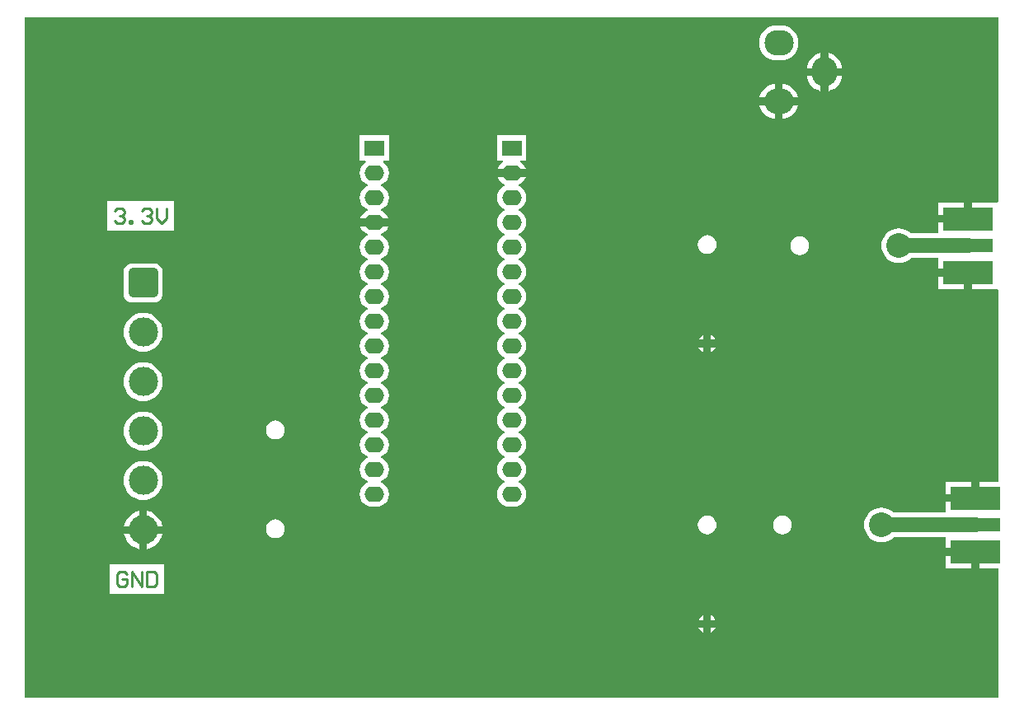
<source format=gtl>
G04*
G04 #@! TF.GenerationSoftware,Altium Limited,Altium Designer,20.2.4 (192)*
G04*
G04 Layer_Physical_Order=1*
G04 Layer_Color=255*
%FSLAX25Y25*%
%MOIN*%
G70*
G04*
G04 #@! TF.SameCoordinates,D8DA0DD5-309E-41AB-983F-212F3CA71AE9*
G04*
G04*
G04 #@! TF.FilePolarity,Positive*
G04*
G01*
G75*
%ADD10R,0.20000X0.05787*%
%ADD11C,0.05906*%
%ADD12C,0.01000*%
%ADD13C,0.11811*%
G04:AMPARAMS|DCode=14|XSize=118.11mil|YSize=118.11mil|CornerRadius=14.76mil|HoleSize=0mil|Usage=FLASHONLY|Rotation=180.000|XOffset=0mil|YOffset=0mil|HoleType=Round|Shape=RoundedRectangle|*
%AMROUNDEDRECTD14*
21,1,0.11811,0.08858,0,0,180.0*
21,1,0.08858,0.11811,0,0,180.0*
1,1,0.02953,-0.04429,0.04429*
1,1,0.02953,0.04429,0.04429*
1,1,0.02953,0.04429,-0.04429*
1,1,0.02953,-0.04429,-0.04429*
%
%ADD14ROUNDEDRECTD14*%
%ADD15C,0.10000*%
%ADD16O,0.07874X0.06299*%
%ADD17R,0.07874X0.06299*%
%ADD18R,0.20000X0.09508*%
%ADD19O,0.11811X0.10236*%
%ADD20O,0.10236X0.11811*%
G36*
X393701Y200992D02*
X393468Y200589D01*
X393201Y200589D01*
X383075D01*
Y193866D01*
X381500D01*
Y192291D01*
X369531D01*
Y187964D01*
X358436D01*
X357390Y188822D01*
X356180Y189469D01*
X354866Y189868D01*
X353500Y190002D01*
X352134Y189868D01*
X350820Y189469D01*
X349610Y188822D01*
X348549Y187951D01*
X347678Y186890D01*
X347031Y185680D01*
X346632Y184366D01*
X346498Y183000D01*
X346632Y181634D01*
X347031Y180320D01*
X347678Y179110D01*
X348549Y178049D01*
X349610Y177178D01*
X350820Y176531D01*
X352134Y176132D01*
X353500Y175998D01*
X354866Y176132D01*
X356180Y176531D01*
X357390Y177178D01*
X358436Y178036D01*
X369531D01*
Y173709D01*
X381500D01*
Y172134D01*
X383075D01*
Y165411D01*
X393201D01*
X393468Y165411D01*
X393701Y165008D01*
Y87589D01*
X386075D01*
Y80866D01*
X384500D01*
Y79291D01*
X372532D01*
Y74964D01*
X351436D01*
X350390Y75822D01*
X349180Y76469D01*
X347866Y76868D01*
X346500Y77002D01*
X345134Y76868D01*
X343820Y76469D01*
X342610Y75822D01*
X341549Y74951D01*
X340678Y73890D01*
X340031Y72680D01*
X339632Y71366D01*
X339498Y70000D01*
X339632Y68634D01*
X340031Y67320D01*
X340678Y66110D01*
X341549Y65049D01*
X342610Y64178D01*
X343820Y63531D01*
X345134Y63132D01*
X346500Y62998D01*
X347866Y63132D01*
X349180Y63531D01*
X350390Y64178D01*
X351436Y65036D01*
X372532D01*
Y60709D01*
X384500D01*
Y59134D01*
X386075D01*
Y52411D01*
X393701D01*
Y0D01*
X0D01*
Y275590D01*
X393701D01*
Y200992D01*
D02*
G37*
%LPC*%
G36*
X305787Y272243D02*
X304213D01*
X302823Y272106D01*
X301488Y271701D01*
X300256Y271043D01*
X299177Y270157D01*
X298292Y269078D01*
X297634Y267847D01*
X297229Y266511D01*
X297092Y265122D01*
X297229Y263733D01*
X297634Y262397D01*
X298292Y261166D01*
X299177Y260087D01*
X300256Y259201D01*
X301488Y258543D01*
X302823Y258138D01*
X304213Y258001D01*
X305787D01*
X307177Y258138D01*
X308512Y258543D01*
X309744Y259201D01*
X310823Y260087D01*
X311708Y261166D01*
X312366Y262397D01*
X312772Y263733D01*
X312908Y265122D01*
X312772Y266511D01*
X312366Y267847D01*
X311708Y269078D01*
X310823Y270157D01*
X309744Y271043D01*
X308512Y271701D01*
X307177Y272106D01*
X305787Y272243D01*
D02*
G37*
G36*
X325079Y261026D02*
Y254886D01*
X330547D01*
X330488Y255488D01*
X330083Y256823D01*
X329425Y258055D01*
X328539Y259134D01*
X327460Y260019D01*
X326229Y260677D01*
X325079Y261026D01*
D02*
G37*
G36*
X321929Y261026D02*
X320779Y260677D01*
X319548Y260019D01*
X318469Y259134D01*
X317583Y258055D01*
X316925Y256823D01*
X316520Y255488D01*
X316461Y254886D01*
X321929D01*
Y261026D01*
D02*
G37*
G36*
Y251736D02*
X316461D01*
X316520Y251134D01*
X316925Y249799D01*
X317583Y248568D01*
X318469Y247488D01*
X319548Y246603D01*
X320779Y245945D01*
X321929Y245596D01*
Y251736D01*
D02*
G37*
G36*
X330547D02*
X325079D01*
Y245596D01*
X326229Y245945D01*
X327460Y246603D01*
X328539Y247488D01*
X329425Y248568D01*
X330083Y249799D01*
X330488Y251134D01*
X330547Y251736D01*
D02*
G37*
G36*
X306575Y248543D02*
Y243075D01*
X312715D01*
X312366Y244225D01*
X311708Y245456D01*
X310823Y246535D01*
X309744Y247421D01*
X308512Y248079D01*
X307177Y248484D01*
X306575Y248543D01*
D02*
G37*
G36*
X303425D02*
X302823Y248484D01*
X301488Y248079D01*
X300256Y247421D01*
X299177Y246535D01*
X298292Y245456D01*
X297634Y244225D01*
X297285Y243075D01*
X303425D01*
Y248543D01*
D02*
G37*
G36*
X312715Y239925D02*
X306575D01*
Y234457D01*
X307177Y234516D01*
X308512Y234921D01*
X309744Y235579D01*
X310823Y236465D01*
X311708Y237544D01*
X312366Y238775D01*
X312715Y239925D01*
D02*
G37*
G36*
X303425D02*
X297285D01*
X297634Y238775D01*
X298292Y237544D01*
X299177Y236465D01*
X300256Y235579D01*
X301488Y234921D01*
X302823Y234516D01*
X303425Y234457D01*
Y239925D01*
D02*
G37*
G36*
X202906Y227618D02*
X191095D01*
Y217382D01*
X193382D01*
X193516Y216882D01*
X192562Y216150D01*
X191742Y215081D01*
X191325Y214075D01*
X197000D01*
X202675D01*
X202258Y215081D01*
X201438Y216150D01*
X200484Y216882D01*
X200619Y217382D01*
X202906D01*
Y227618D01*
D02*
G37*
G36*
X379925Y200589D02*
X369531D01*
Y195441D01*
X379925D01*
Y200589D01*
D02*
G37*
G36*
X147406Y227618D02*
X135594D01*
Y217382D01*
X137882D01*
X138016Y216882D01*
X137062Y216150D01*
X136242Y215081D01*
X135726Y213836D01*
X135550Y212500D01*
X135726Y211164D01*
X136242Y209919D01*
X137062Y208850D01*
X138131Y208029D01*
X138756Y207771D01*
Y207229D01*
X138131Y206971D01*
X137062Y206150D01*
X136242Y205081D01*
X135726Y203836D01*
X135550Y202500D01*
X135726Y201164D01*
X136242Y199919D01*
X137062Y198850D01*
X138131Y198029D01*
X138756Y197771D01*
Y197229D01*
X138131Y196971D01*
X137062Y196150D01*
X136242Y195081D01*
X135825Y194075D01*
X141500D01*
X147175D01*
X146758Y195081D01*
X145938Y196150D01*
X144869Y196971D01*
X144244Y197229D01*
Y197771D01*
X144869Y198029D01*
X145938Y198850D01*
X146758Y199919D01*
X147274Y201164D01*
X147450Y202500D01*
X147274Y203836D01*
X146758Y205081D01*
X145938Y206150D01*
X144869Y206971D01*
X144244Y207229D01*
Y207771D01*
X144869Y208029D01*
X145938Y208850D01*
X146758Y209919D01*
X147274Y211164D01*
X147450Y212500D01*
X147274Y213836D01*
X146758Y215081D01*
X145938Y216150D01*
X144984Y216882D01*
X145118Y217382D01*
X147406D01*
Y227618D01*
D02*
G37*
G36*
X60462Y200967D02*
X33531D01*
Y189032D01*
X60462D01*
Y200967D01*
D02*
G37*
G36*
X276000Y187301D02*
X275016Y187171D01*
X274099Y186792D01*
X273312Y186188D01*
X272708Y185400D01*
X272328Y184484D01*
X272199Y183500D01*
X272328Y182516D01*
X272708Y181599D01*
X273312Y180812D01*
X274099Y180208D01*
X275016Y179829D01*
X276000Y179699D01*
X276984Y179829D01*
X277901Y180208D01*
X278688Y180812D01*
X279292Y181599D01*
X279672Y182516D01*
X279801Y183500D01*
X279672Y184484D01*
X279292Y185400D01*
X278688Y186188D01*
X277901Y186792D01*
X276984Y187171D01*
X276000Y187301D01*
D02*
G37*
G36*
X313500Y186801D02*
X312516Y186671D01*
X311599Y186292D01*
X310812Y185688D01*
X310208Y184900D01*
X309828Y183984D01*
X309699Y183000D01*
X309828Y182016D01*
X310208Y181099D01*
X310812Y180312D01*
X311599Y179708D01*
X312516Y179329D01*
X313500Y179199D01*
X314484Y179329D01*
X315401Y179708D01*
X316188Y180312D01*
X316792Y181099D01*
X317172Y182016D01*
X317301Y183000D01*
X317172Y183984D01*
X316792Y184900D01*
X316188Y185688D01*
X315401Y186292D01*
X314484Y186671D01*
X313500Y186801D01*
D02*
G37*
G36*
X379925Y170559D02*
X369531D01*
Y165411D01*
X379925D01*
Y170559D01*
D02*
G37*
G36*
X52429Y175904D02*
X43571D01*
X42672Y175785D01*
X41834Y175438D01*
X41114Y174886D01*
X40562Y174166D01*
X40215Y173328D01*
X40096Y172429D01*
Y163571D01*
X40215Y162672D01*
X40562Y161834D01*
X41114Y161114D01*
X41834Y160562D01*
X42672Y160215D01*
X43571Y160096D01*
X52429D01*
X53328Y160215D01*
X54166Y160562D01*
X54886Y161114D01*
X55438Y161834D01*
X55785Y162672D01*
X55904Y163571D01*
Y172429D01*
X55785Y173328D01*
X55438Y174166D01*
X54886Y174886D01*
X54166Y175438D01*
X53328Y175785D01*
X52429Y175904D01*
D02*
G37*
G36*
X277575Y146927D02*
Y145075D01*
X279427D01*
X279292Y145401D01*
X278688Y146188D01*
X277901Y146792D01*
X277575Y146927D01*
D02*
G37*
G36*
X274425D02*
X274099Y146792D01*
X273312Y146188D01*
X272708Y145401D01*
X272573Y145075D01*
X274425D01*
Y146927D01*
D02*
G37*
G36*
X48000Y155912D02*
X46456Y155760D01*
X44972Y155310D01*
X43604Y154579D01*
X42405Y153595D01*
X41421Y152396D01*
X40690Y151028D01*
X40240Y149544D01*
X40088Y148000D01*
X40240Y146456D01*
X40690Y144972D01*
X41421Y143604D01*
X42405Y142405D01*
X43604Y141421D01*
X44972Y140690D01*
X46456Y140240D01*
X48000Y140088D01*
X49544Y140240D01*
X51028Y140690D01*
X52396Y141421D01*
X53595Y142405D01*
X54579Y143604D01*
X55310Y144972D01*
X55760Y146456D01*
X55912Y148000D01*
X55760Y149544D01*
X55310Y151028D01*
X54579Y152396D01*
X53595Y153595D01*
X52396Y154579D01*
X51028Y155310D01*
X49544Y155760D01*
X48000Y155912D01*
D02*
G37*
G36*
X279427Y141925D02*
X277575D01*
Y140073D01*
X277901Y140208D01*
X278688Y140812D01*
X279292Y141600D01*
X279427Y141925D01*
D02*
G37*
G36*
X274425D02*
X272573D01*
X272708Y141600D01*
X273312Y140812D01*
X274099Y140208D01*
X274425Y140073D01*
Y141925D01*
D02*
G37*
G36*
X48000Y135912D02*
X46456Y135760D01*
X44972Y135310D01*
X43604Y134579D01*
X42405Y133595D01*
X41421Y132396D01*
X40690Y131028D01*
X40240Y129544D01*
X40088Y128000D01*
X40240Y126456D01*
X40690Y124972D01*
X41421Y123604D01*
X42405Y122405D01*
X43604Y121421D01*
X44972Y120690D01*
X46456Y120240D01*
X48000Y120088D01*
X49544Y120240D01*
X51028Y120690D01*
X52396Y121421D01*
X53595Y122405D01*
X54579Y123604D01*
X55310Y124972D01*
X55760Y126456D01*
X55912Y128000D01*
X55760Y129544D01*
X55310Y131028D01*
X54579Y132396D01*
X53595Y133595D01*
X52396Y134579D01*
X51028Y135310D01*
X49544Y135760D01*
X48000Y135912D01*
D02*
G37*
G36*
X101500Y112301D02*
X100516Y112171D01*
X99599Y111792D01*
X98812Y111188D01*
X98208Y110400D01*
X97829Y109484D01*
X97699Y108500D01*
X97829Y107516D01*
X98208Y106599D01*
X98812Y105812D01*
X99599Y105208D01*
X100516Y104829D01*
X101500Y104699D01*
X102484Y104829D01*
X103401Y105208D01*
X104188Y105812D01*
X104792Y106599D01*
X105172Y107516D01*
X105301Y108500D01*
X105172Y109484D01*
X104792Y110400D01*
X104188Y111188D01*
X103401Y111792D01*
X102484Y112171D01*
X101500Y112301D01*
D02*
G37*
G36*
X48000Y115912D02*
X46456Y115760D01*
X44972Y115310D01*
X43604Y114579D01*
X42405Y113595D01*
X41421Y112396D01*
X40690Y111028D01*
X40240Y109544D01*
X40088Y108000D01*
X40240Y106456D01*
X40690Y104972D01*
X41421Y103604D01*
X42405Y102405D01*
X43604Y101421D01*
X44972Y100690D01*
X46456Y100240D01*
X48000Y100088D01*
X49544Y100240D01*
X51028Y100690D01*
X52396Y101421D01*
X53595Y102405D01*
X54579Y103604D01*
X55310Y104972D01*
X55760Y106456D01*
X55912Y108000D01*
X55760Y109544D01*
X55310Y111028D01*
X54579Y112396D01*
X53595Y113595D01*
X52396Y114579D01*
X51028Y115310D01*
X49544Y115760D01*
X48000Y115912D01*
D02*
G37*
G36*
X382925Y87589D02*
X372532D01*
Y82441D01*
X382925D01*
Y87589D01*
D02*
G37*
G36*
X48000Y95912D02*
X46456Y95760D01*
X44972Y95310D01*
X43604Y94579D01*
X42405Y93595D01*
X41421Y92396D01*
X40690Y91028D01*
X40240Y89544D01*
X40088Y88000D01*
X40240Y86456D01*
X40690Y84972D01*
X41421Y83604D01*
X42405Y82405D01*
X43604Y81421D01*
X44972Y80690D01*
X46456Y80240D01*
X48000Y80088D01*
X49544Y80240D01*
X51028Y80690D01*
X52396Y81421D01*
X53595Y82405D01*
X54579Y83604D01*
X55310Y84972D01*
X55760Y86456D01*
X55912Y88000D01*
X55760Y89544D01*
X55310Y91028D01*
X54579Y92396D01*
X53595Y93595D01*
X52396Y94579D01*
X51028Y95310D01*
X49544Y95760D01*
X48000Y95912D01*
D02*
G37*
G36*
X202675Y210925D02*
X197000D01*
X191325D01*
X191742Y209919D01*
X192562Y208850D01*
X193631Y208029D01*
X194256Y207771D01*
Y207229D01*
X193631Y206971D01*
X192562Y206150D01*
X191742Y205081D01*
X191226Y203836D01*
X191050Y202500D01*
X191226Y201164D01*
X191742Y199919D01*
X192562Y198850D01*
X193631Y198029D01*
X194256Y197771D01*
Y197229D01*
X193631Y196971D01*
X192562Y196150D01*
X191742Y195081D01*
X191226Y193836D01*
X191050Y192500D01*
X191226Y191164D01*
X191742Y189919D01*
X192562Y188850D01*
X193631Y188029D01*
X194256Y187771D01*
Y187229D01*
X193631Y186971D01*
X192562Y186150D01*
X191742Y185081D01*
X191226Y183836D01*
X191050Y182500D01*
X191226Y181164D01*
X191742Y179919D01*
X192562Y178850D01*
X193631Y178029D01*
X194256Y177771D01*
Y177229D01*
X193631Y176971D01*
X192562Y176150D01*
X191742Y175081D01*
X191226Y173836D01*
X191050Y172500D01*
X191226Y171164D01*
X191742Y169919D01*
X192562Y168850D01*
X193631Y168029D01*
X194256Y167771D01*
Y167229D01*
X193631Y166971D01*
X192562Y166150D01*
X191742Y165081D01*
X191226Y163836D01*
X191050Y162500D01*
X191226Y161164D01*
X191742Y159919D01*
X192562Y158850D01*
X193631Y158029D01*
X194256Y157771D01*
Y157229D01*
X193631Y156971D01*
X192562Y156150D01*
X191742Y155081D01*
X191226Y153836D01*
X191050Y152500D01*
X191226Y151164D01*
X191742Y149919D01*
X192562Y148850D01*
X193631Y148029D01*
X194256Y147771D01*
Y147229D01*
X193631Y146971D01*
X192562Y146150D01*
X191742Y145081D01*
X191226Y143836D01*
X191050Y142500D01*
X191226Y141164D01*
X191742Y139919D01*
X192562Y138850D01*
X193631Y138029D01*
X194256Y137771D01*
Y137229D01*
X193631Y136971D01*
X192562Y136150D01*
X191742Y135081D01*
X191226Y133836D01*
X191050Y132500D01*
X191226Y131164D01*
X191742Y129919D01*
X192562Y128850D01*
X193631Y128029D01*
X194256Y127771D01*
Y127229D01*
X193631Y126971D01*
X192562Y126150D01*
X191742Y125081D01*
X191226Y123836D01*
X191050Y122500D01*
X191226Y121164D01*
X191742Y119919D01*
X192562Y118850D01*
X193631Y118029D01*
X194256Y117771D01*
Y117229D01*
X193631Y116971D01*
X192562Y116150D01*
X191742Y115081D01*
X191226Y113836D01*
X191050Y112500D01*
X191226Y111164D01*
X191742Y109919D01*
X192562Y108850D01*
X193631Y108029D01*
X194256Y107771D01*
Y107229D01*
X193631Y106971D01*
X192562Y106150D01*
X191742Y105081D01*
X191226Y103836D01*
X191050Y102500D01*
X191226Y101164D01*
X191742Y99919D01*
X192562Y98850D01*
X193631Y98029D01*
X194256Y97771D01*
Y97229D01*
X193631Y96971D01*
X192562Y96150D01*
X191742Y95081D01*
X191226Y93836D01*
X191050Y92500D01*
X191226Y91164D01*
X191742Y89919D01*
X192562Y88850D01*
X193631Y88029D01*
X194256Y87771D01*
Y87229D01*
X193631Y86971D01*
X192562Y86150D01*
X191742Y85081D01*
X191226Y83836D01*
X191050Y82500D01*
X191226Y81164D01*
X191742Y79919D01*
X192562Y78850D01*
X193631Y78029D01*
X194877Y77514D01*
X196213Y77338D01*
X197787D01*
X199124Y77514D01*
X200368Y78029D01*
X201438Y78850D01*
X202258Y79919D01*
X202774Y81164D01*
X202950Y82500D01*
X202774Y83836D01*
X202258Y85081D01*
X201438Y86150D01*
X200368Y86971D01*
X199744Y87229D01*
Y87771D01*
X200368Y88029D01*
X201438Y88850D01*
X202258Y89919D01*
X202774Y91164D01*
X202950Y92500D01*
X202774Y93836D01*
X202258Y95081D01*
X201438Y96150D01*
X200368Y96971D01*
X199744Y97229D01*
Y97771D01*
X200368Y98029D01*
X201438Y98850D01*
X202258Y99919D01*
X202774Y101164D01*
X202950Y102500D01*
X202774Y103836D01*
X202258Y105081D01*
X201438Y106150D01*
X200368Y106971D01*
X199744Y107229D01*
Y107771D01*
X200368Y108029D01*
X201438Y108850D01*
X202258Y109919D01*
X202774Y111164D01*
X202950Y112500D01*
X202774Y113836D01*
X202258Y115081D01*
X201438Y116150D01*
X200368Y116971D01*
X199744Y117229D01*
Y117771D01*
X200368Y118029D01*
X201438Y118850D01*
X202258Y119919D01*
X202774Y121164D01*
X202950Y122500D01*
X202774Y123836D01*
X202258Y125081D01*
X201438Y126150D01*
X200368Y126971D01*
X199744Y127229D01*
Y127771D01*
X200368Y128029D01*
X201438Y128850D01*
X202258Y129919D01*
X202774Y131164D01*
X202950Y132500D01*
X202774Y133836D01*
X202258Y135081D01*
X201438Y136150D01*
X200368Y136971D01*
X199744Y137229D01*
Y137771D01*
X200368Y138029D01*
X201438Y138850D01*
X202258Y139919D01*
X202774Y141164D01*
X202950Y142500D01*
X202774Y143836D01*
X202258Y145081D01*
X201438Y146150D01*
X200368Y146971D01*
X199744Y147229D01*
Y147771D01*
X200368Y148029D01*
X201438Y148850D01*
X202258Y149919D01*
X202774Y151164D01*
X202950Y152500D01*
X202774Y153836D01*
X202258Y155081D01*
X201438Y156150D01*
X200368Y156971D01*
X199744Y157229D01*
Y157771D01*
X200368Y158029D01*
X201438Y158850D01*
X202258Y159919D01*
X202774Y161164D01*
X202950Y162500D01*
X202774Y163836D01*
X202258Y165081D01*
X201438Y166150D01*
X200368Y166971D01*
X199744Y167229D01*
Y167771D01*
X200368Y168029D01*
X201438Y168850D01*
X202258Y169919D01*
X202774Y171164D01*
X202950Y172500D01*
X202774Y173836D01*
X202258Y175081D01*
X201438Y176150D01*
X200368Y176971D01*
X199744Y177229D01*
Y177771D01*
X200368Y178029D01*
X201438Y178850D01*
X202258Y179919D01*
X202774Y181164D01*
X202950Y182500D01*
X202774Y183836D01*
X202258Y185081D01*
X201438Y186150D01*
X200368Y186971D01*
X199744Y187229D01*
Y187771D01*
X200368Y188029D01*
X201438Y188850D01*
X202258Y189919D01*
X202774Y191164D01*
X202950Y192500D01*
X202774Y193836D01*
X202258Y195081D01*
X201438Y196150D01*
X200368Y196971D01*
X199744Y197229D01*
Y197771D01*
X200368Y198029D01*
X201438Y198850D01*
X202258Y199919D01*
X202774Y201164D01*
X202950Y202500D01*
X202774Y203836D01*
X202258Y205081D01*
X201438Y206150D01*
X200368Y206971D01*
X199744Y207229D01*
Y207771D01*
X200368Y208029D01*
X201438Y208850D01*
X202258Y209919D01*
X202675Y210925D01*
D02*
G37*
G36*
X147175Y190925D02*
X141500D01*
X135825D01*
X136242Y189919D01*
X137062Y188850D01*
X138131Y188029D01*
X138756Y187771D01*
Y187229D01*
X138131Y186971D01*
X137062Y186150D01*
X136242Y185081D01*
X135726Y183836D01*
X135550Y182500D01*
X135726Y181164D01*
X136242Y179919D01*
X137062Y178850D01*
X138131Y178029D01*
X138756Y177771D01*
Y177229D01*
X138131Y176971D01*
X137062Y176150D01*
X136242Y175081D01*
X135726Y173836D01*
X135550Y172500D01*
X135726Y171164D01*
X136242Y169919D01*
X137062Y168850D01*
X138131Y168029D01*
X138756Y167771D01*
Y167229D01*
X138131Y166971D01*
X137062Y166150D01*
X136242Y165081D01*
X135726Y163836D01*
X135550Y162500D01*
X135726Y161164D01*
X136242Y159919D01*
X137062Y158850D01*
X138131Y158029D01*
X138756Y157771D01*
Y157229D01*
X138131Y156971D01*
X137062Y156150D01*
X136242Y155081D01*
X135726Y153836D01*
X135550Y152500D01*
X135726Y151164D01*
X136242Y149919D01*
X137062Y148850D01*
X138131Y148029D01*
X138756Y147771D01*
Y147229D01*
X138131Y146971D01*
X137062Y146150D01*
X136242Y145081D01*
X135726Y143836D01*
X135550Y142500D01*
X135726Y141164D01*
X136242Y139919D01*
X137062Y138850D01*
X138131Y138029D01*
X138756Y137771D01*
Y137229D01*
X138131Y136971D01*
X137062Y136150D01*
X136242Y135081D01*
X135726Y133836D01*
X135550Y132500D01*
X135726Y131164D01*
X136242Y129919D01*
X137062Y128850D01*
X138131Y128029D01*
X138756Y127771D01*
Y127229D01*
X138131Y126971D01*
X137062Y126150D01*
X136242Y125081D01*
X135726Y123836D01*
X135550Y122500D01*
X135726Y121164D01*
X136242Y119919D01*
X137062Y118850D01*
X138131Y118029D01*
X138756Y117771D01*
Y117229D01*
X138131Y116971D01*
X137062Y116150D01*
X136242Y115081D01*
X135726Y113836D01*
X135550Y112500D01*
X135726Y111164D01*
X136242Y109919D01*
X137062Y108850D01*
X138131Y108029D01*
X138756Y107771D01*
Y107229D01*
X138131Y106971D01*
X137062Y106150D01*
X136242Y105081D01*
X135726Y103836D01*
X135550Y102500D01*
X135726Y101164D01*
X136242Y99919D01*
X137062Y98850D01*
X138131Y98029D01*
X138756Y97771D01*
Y97229D01*
X138131Y96971D01*
X137062Y96150D01*
X136242Y95081D01*
X135726Y93836D01*
X135550Y92500D01*
X135726Y91164D01*
X136242Y89919D01*
X137062Y88850D01*
X138131Y88029D01*
X138756Y87771D01*
Y87229D01*
X138131Y86971D01*
X137062Y86150D01*
X136242Y85081D01*
X135726Y83836D01*
X135550Y82500D01*
X135726Y81164D01*
X136242Y79919D01*
X137062Y78850D01*
X138131Y78029D01*
X139376Y77514D01*
X140713Y77338D01*
X142287D01*
X143623Y77514D01*
X144869Y78029D01*
X145938Y78850D01*
X146758Y79919D01*
X147274Y81164D01*
X147450Y82500D01*
X147274Y83836D01*
X146758Y85081D01*
X145938Y86150D01*
X144869Y86971D01*
X144244Y87229D01*
Y87771D01*
X144869Y88029D01*
X145938Y88850D01*
X146758Y89919D01*
X147274Y91164D01*
X147450Y92500D01*
X147274Y93836D01*
X146758Y95081D01*
X145938Y96150D01*
X144869Y96971D01*
X144244Y97229D01*
Y97771D01*
X144869Y98029D01*
X145938Y98850D01*
X146758Y99919D01*
X147274Y101164D01*
X147450Y102500D01*
X147274Y103836D01*
X146758Y105081D01*
X145938Y106150D01*
X144869Y106971D01*
X144244Y107229D01*
Y107771D01*
X144869Y108029D01*
X145938Y108850D01*
X146758Y109919D01*
X147274Y111164D01*
X147450Y112500D01*
X147274Y113836D01*
X146758Y115081D01*
X145938Y116150D01*
X144869Y116971D01*
X144244Y117229D01*
Y117771D01*
X144869Y118029D01*
X145938Y118850D01*
X146758Y119919D01*
X147274Y121164D01*
X147450Y122500D01*
X147274Y123836D01*
X146758Y125081D01*
X145938Y126150D01*
X144869Y126971D01*
X144244Y127229D01*
Y127771D01*
X144869Y128029D01*
X145938Y128850D01*
X146758Y129919D01*
X147274Y131164D01*
X147450Y132500D01*
X147274Y133836D01*
X146758Y135081D01*
X145938Y136150D01*
X144869Y136971D01*
X144244Y137229D01*
Y137771D01*
X144869Y138029D01*
X145938Y138850D01*
X146758Y139919D01*
X147274Y141164D01*
X147450Y142500D01*
X147274Y143836D01*
X146758Y145081D01*
X145938Y146150D01*
X144869Y146971D01*
X144244Y147229D01*
Y147771D01*
X144869Y148029D01*
X145938Y148850D01*
X146758Y149919D01*
X147274Y151164D01*
X147450Y152500D01*
X147274Y153836D01*
X146758Y155081D01*
X145938Y156150D01*
X144869Y156971D01*
X144244Y157229D01*
Y157771D01*
X144869Y158029D01*
X145938Y158850D01*
X146758Y159919D01*
X147274Y161164D01*
X147450Y162500D01*
X147274Y163836D01*
X146758Y165081D01*
X145938Y166150D01*
X144869Y166971D01*
X144244Y167229D01*
Y167771D01*
X144869Y168029D01*
X145938Y168850D01*
X146758Y169919D01*
X147274Y171164D01*
X147450Y172500D01*
X147274Y173836D01*
X146758Y175081D01*
X145938Y176150D01*
X144869Y176971D01*
X144244Y177229D01*
Y177771D01*
X144869Y178029D01*
X145938Y178850D01*
X146758Y179919D01*
X147274Y181164D01*
X147450Y182500D01*
X147274Y183836D01*
X146758Y185081D01*
X145938Y186150D01*
X144869Y186971D01*
X144244Y187229D01*
Y187771D01*
X144869Y188029D01*
X145938Y188850D01*
X146758Y189919D01*
X147175Y190925D01*
D02*
G37*
G36*
X49575Y75751D02*
Y69575D01*
X55751D01*
X55310Y71028D01*
X54579Y72396D01*
X53595Y73595D01*
X52396Y74579D01*
X51028Y75310D01*
X49575Y75751D01*
D02*
G37*
G36*
X46425D02*
X44972Y75310D01*
X43604Y74579D01*
X42405Y73595D01*
X41421Y72396D01*
X40690Y71028D01*
X40249Y69575D01*
X46425D01*
Y75751D01*
D02*
G37*
G36*
X306500Y73801D02*
X305516Y73672D01*
X304599Y73292D01*
X303812Y72688D01*
X303208Y71900D01*
X302829Y70984D01*
X302699Y70000D01*
X302829Y69016D01*
X303208Y68099D01*
X303812Y67312D01*
X304599Y66708D01*
X305516Y66329D01*
X306500Y66199D01*
X307484Y66329D01*
X308401Y66708D01*
X309188Y67312D01*
X309792Y68099D01*
X310172Y69016D01*
X310301Y70000D01*
X310172Y70984D01*
X309792Y71900D01*
X309188Y72688D01*
X308401Y73292D01*
X307484Y73672D01*
X306500Y73801D01*
D02*
G37*
G36*
X276000D02*
X275016Y73672D01*
X274099Y73292D01*
X273312Y72688D01*
X272708Y71900D01*
X272328Y70984D01*
X272199Y70000D01*
X272328Y69016D01*
X272708Y68099D01*
X273312Y67312D01*
X274099Y66708D01*
X275016Y66329D01*
X276000Y66199D01*
X276984Y66329D01*
X277901Y66708D01*
X278688Y67312D01*
X279292Y68099D01*
X279672Y69016D01*
X279801Y70000D01*
X279672Y70984D01*
X279292Y71900D01*
X278688Y72688D01*
X277901Y73292D01*
X276984Y73672D01*
X276000Y73801D01*
D02*
G37*
G36*
X101500Y72301D02*
X100516Y72171D01*
X99599Y71792D01*
X98812Y71188D01*
X98208Y70401D01*
X97829Y69484D01*
X97699Y68500D01*
X97829Y67516D01*
X98208Y66600D01*
X98812Y65812D01*
X99599Y65208D01*
X100516Y64828D01*
X101500Y64699D01*
X102484Y64828D01*
X103401Y65208D01*
X104188Y65812D01*
X104792Y66600D01*
X105172Y67516D01*
X105301Y68500D01*
X105172Y69484D01*
X104792Y70401D01*
X104188Y71188D01*
X103401Y71792D01*
X102484Y72171D01*
X101500Y72301D01*
D02*
G37*
G36*
X55751Y66425D02*
X49575D01*
Y60249D01*
X51028Y60690D01*
X52396Y61421D01*
X53595Y62405D01*
X54579Y63604D01*
X55310Y64972D01*
X55751Y66425D01*
D02*
G37*
G36*
X46425D02*
X40249D01*
X40690Y64972D01*
X41421Y63604D01*
X42405Y62405D01*
X43604Y61421D01*
X44972Y60690D01*
X46425Y60249D01*
Y66425D01*
D02*
G37*
G36*
X382925Y57559D02*
X372532D01*
Y52411D01*
X382925D01*
Y57559D01*
D02*
G37*
G36*
X56463Y53967D02*
X34532D01*
Y42031D01*
X56463D01*
Y53967D01*
D02*
G37*
G36*
X277575Y33427D02*
Y31575D01*
X279427D01*
X279292Y31901D01*
X278688Y32688D01*
X277901Y33292D01*
X277575Y33427D01*
D02*
G37*
G36*
X274425D02*
X274099Y33292D01*
X273312Y32688D01*
X272708Y31901D01*
X272573Y31575D01*
X274425D01*
Y33427D01*
D02*
G37*
G36*
X279427Y28425D02*
X277575D01*
Y26573D01*
X277901Y26708D01*
X278688Y27312D01*
X279292Y28100D01*
X279427Y28425D01*
D02*
G37*
G36*
X274425D02*
X272573D01*
X272708Y28100D01*
X273312Y27312D01*
X274099Y26708D01*
X274425Y26573D01*
Y28425D01*
D02*
G37*
%LPD*%
D10*
X381500Y183000D02*
D03*
X384500Y70000D02*
D03*
D11*
X353500Y183000D02*
X381500D01*
X346500Y70000D02*
X384500D01*
X303122Y265122D02*
X305000D01*
D12*
X41499Y49998D02*
X40499Y50998D01*
X38500D01*
X37500Y49998D01*
Y46000D01*
X38500Y45000D01*
X40499D01*
X41499Y46000D01*
Y47999D01*
X39499D01*
X43498Y45000D02*
Y50998D01*
X47497Y45000D01*
Y50998D01*
X49496D02*
Y45000D01*
X52495D01*
X53495Y46000D01*
Y49998D01*
X52495Y50998D01*
X49496D01*
X36500Y196998D02*
X37500Y197998D01*
X39499D01*
X40499Y196998D01*
Y195999D01*
X39499Y194999D01*
X38499D01*
X39499D01*
X40499Y193999D01*
Y193000D01*
X39499Y192000D01*
X37500D01*
X36500Y193000D01*
X42498Y192000D02*
Y193000D01*
X43498D01*
Y192000D01*
X42498D01*
X47496Y196998D02*
X48496Y197998D01*
X50495D01*
X51495Y196998D01*
Y195999D01*
X50495Y194999D01*
X49496D01*
X50495D01*
X51495Y193999D01*
Y193000D01*
X50495Y192000D01*
X48496D01*
X47496Y193000D01*
X53495Y197998D02*
Y193999D01*
X55494Y192000D01*
X57493Y193999D01*
Y197998D01*
D13*
X48000Y68000D02*
D03*
Y88000D02*
D03*
Y148000D02*
D03*
Y128000D02*
D03*
Y108000D02*
D03*
D14*
Y168000D02*
D03*
D15*
X353500Y183000D02*
D03*
X346500Y70000D02*
D03*
D16*
X197000Y82500D02*
D03*
Y92500D02*
D03*
Y102500D02*
D03*
Y112500D02*
D03*
Y122500D02*
D03*
Y132500D02*
D03*
Y142500D02*
D03*
Y152500D02*
D03*
Y162500D02*
D03*
Y172500D02*
D03*
Y182500D02*
D03*
Y192500D02*
D03*
Y202500D02*
D03*
Y212500D02*
D03*
X141500Y82500D02*
D03*
Y92500D02*
D03*
Y102500D02*
D03*
Y112500D02*
D03*
Y122500D02*
D03*
Y132500D02*
D03*
Y142500D02*
D03*
Y152500D02*
D03*
Y162500D02*
D03*
Y172500D02*
D03*
Y182500D02*
D03*
Y192500D02*
D03*
Y202500D02*
D03*
Y212500D02*
D03*
D17*
X197000Y222500D02*
D03*
X141500D02*
D03*
D18*
X381500Y172134D02*
D03*
Y193866D02*
D03*
X384500Y59134D02*
D03*
Y80866D02*
D03*
D19*
X305000Y265122D02*
D03*
Y241500D02*
D03*
D20*
X323504Y253311D02*
D03*
M02*

</source>
